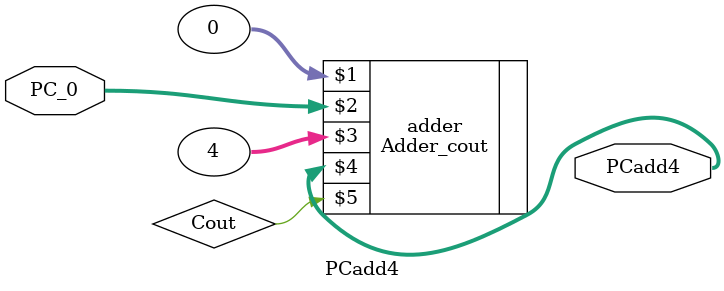
<source format=v>
`timescale 1ns / 1ps


module PCadd4(PC_0,PCadd4);
/*PC¹Ì¶¨¼Ó4Ä£¿é£¬¼´ÊµÏÖPC = PC + 4*/

   
input [31:0] PC_0; // Ô­Ö¸ÁîµØÖ·
output [31:0] PCadd4;//ÐÂÖ¸ÁîµØÖ·

//Êä³öPC+4Ö®ºóµÄµØÖ·£ºPCadd4ÎªÊä³ö½á¹û¡£
Adder_cout adder(0,PC_0,4,PCadd4, Cout);
endmodule

</source>
